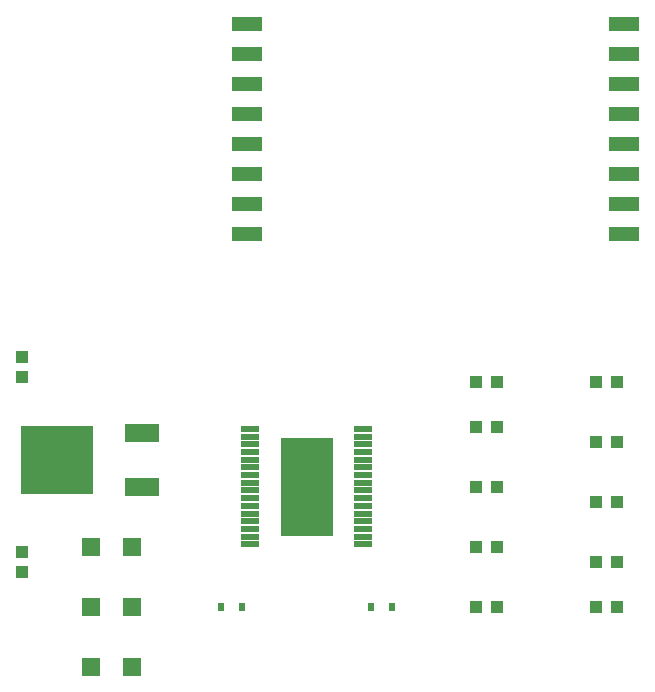
<source format=gbr>
G04 EAGLE Gerber RS-274X export*
G75*
%MOMM*%
%FSLAX34Y34*%
%LPD*%
%INSolderpaste Top*%
%IPPOS*%
%AMOC8*
5,1,8,0,0,1.08239X$1,22.5*%
G01*
%ADD10R,1.100000X1.000000*%
%ADD11R,1.000000X1.100000*%
%ADD12R,0.600000X0.800000*%
%ADD13R,3.000000X1.600000*%
%ADD14R,6.200000X5.800000*%
%ADD15R,1.500000X1.500000*%
%ADD16R,1.602800X0.475200*%
%ADD17R,4.445000X8.382000*%
%ADD18R,2.540000X1.270000*%


D10*
X1147200Y520700D03*
X1164200Y520700D03*
X1147200Y469900D03*
X1164200Y469900D03*
X1147200Y419100D03*
X1164200Y419100D03*
D11*
X660400Y575700D03*
X660400Y592700D03*
X660400Y410600D03*
X660400Y427600D03*
D10*
X1147200Y381000D03*
X1164200Y381000D03*
D12*
X829700Y381000D03*
X846700Y381000D03*
X956700Y381000D03*
X973700Y381000D03*
D13*
X762000Y482600D03*
X762000Y528300D03*
D14*
X690200Y505450D03*
D15*
X719100Y381000D03*
X754100Y381000D03*
X719100Y330200D03*
X754100Y330200D03*
X719100Y431800D03*
X754100Y431800D03*
D16*
X949245Y433850D03*
X949245Y440350D03*
X949245Y446850D03*
X949245Y453350D03*
X949245Y459850D03*
X949245Y466350D03*
X949245Y472850D03*
X949245Y479350D03*
X949245Y485850D03*
X949245Y492350D03*
X949245Y498850D03*
X949245Y505350D03*
X949245Y511850D03*
X949245Y518350D03*
X949245Y524850D03*
X949245Y531350D03*
X854155Y531350D03*
X854155Y524850D03*
X854155Y518350D03*
X854155Y511850D03*
X854155Y505350D03*
X854155Y498850D03*
X854155Y492350D03*
X854155Y485850D03*
X854155Y479350D03*
X854155Y472850D03*
X854155Y466350D03*
X854155Y459850D03*
X854155Y453350D03*
X854155Y446850D03*
X854155Y440350D03*
X854155Y433850D03*
D17*
X901700Y482600D03*
D11*
X1045600Y571500D03*
X1062600Y571500D03*
X1045600Y533400D03*
X1062600Y533400D03*
X1045600Y482600D03*
X1062600Y482600D03*
X1045600Y431800D03*
X1062600Y431800D03*
X1045600Y381000D03*
X1062600Y381000D03*
X1147200Y571500D03*
X1164200Y571500D03*
D18*
X850900Y696500D03*
X850900Y772700D03*
X850900Y798100D03*
X850900Y721900D03*
X850900Y747300D03*
X850900Y823500D03*
X850900Y848900D03*
X850900Y874300D03*
X1170900Y696500D03*
X1170900Y721900D03*
X1170900Y747300D03*
X1170900Y772700D03*
X1170900Y798100D03*
X1170900Y823500D03*
X1170900Y848900D03*
X1170900Y874300D03*
M02*

</source>
